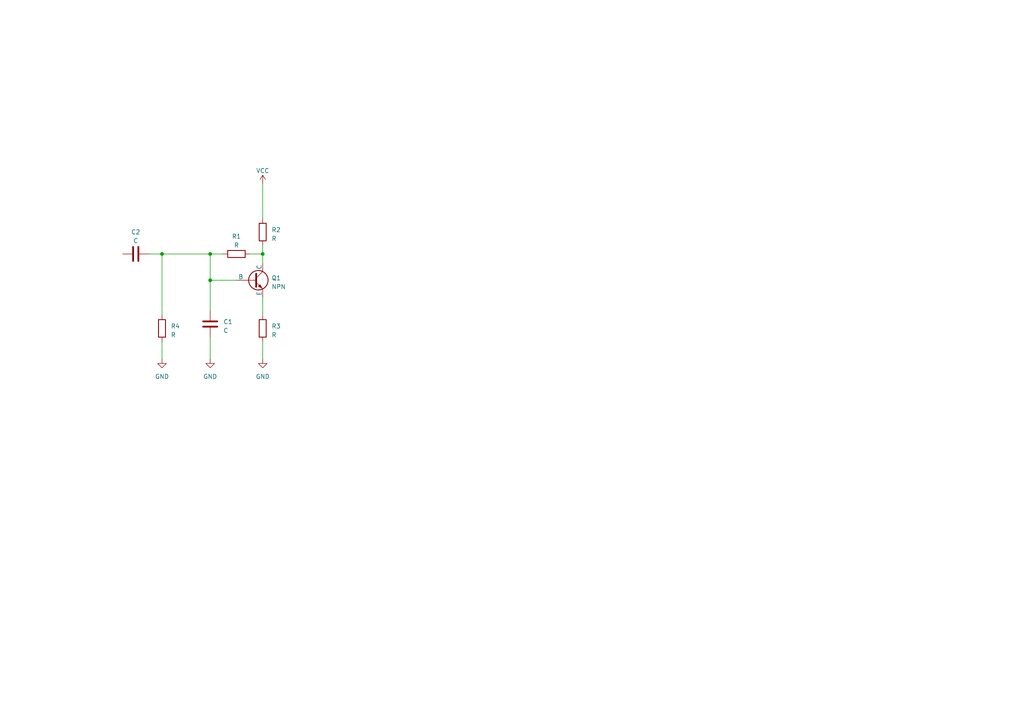
<source format=kicad_sch>
(kicad_sch (version 20230121) (generator eeschema)
  (paper "A4")
  (lib_symbols
    (symbol "Device:C" (pin_numbers hide) (pin_names (offset 0.254))
      (property "Reference" "C" (at 0.635 2.54 0))
      (property "Value" "C" (at 0.635 -2.54 0))
      (symbol "C_0_1"
        (polyline (pts (xy -2.032 -0.762) (xy 2.032 -0.762)) (stroke (width 0.508)))
        (polyline (pts (xy -2.032 0.762) (xy 2.032 0.762)) (stroke (width 0.508)))
      )
      (symbol "C_1_1"
        (pin passive line (at 0 3.81 270) (length 2.794) (name "~") (number "1"))
        (pin passive line (at 0 -3.81 90) (length 2.794) (name "~") (number "2"))
      )
    )
    (symbol "Device:R" (pin_numbers hide) (pin_names (offset 0))
      (property "Reference" "R" (at 2.032 0 90))
      (property "Value" "R" (at 0 0 90))
      (symbol "R_0_1"
        (rectangle (start -1.016 -2.54) (end 1.016 2.54) (stroke (width 0.254)))
      )
      (symbol "R_1_1"
        (pin passive line (at 0 3.81 270) (length 1.27) (name "~") (number "1"))
        (pin passive line (at 0 -3.81 90) (length 1.27) (name "~") (number "2"))
      )
    )
    (symbol "Simulation_SPICE:NPN" (pin_numbers hide) (pin_names (offset 0))
      (property "Reference" "Q" (at -2.54 7.62 0))
      (property "Value" "NPN" (at -2.54 5.08 0))
      (symbol "NPN_0_1"
        (polyline (pts (xy -2.54 0) (xy 0.635 0)) (stroke (width 0.1524)))
        (polyline (pts (xy 0.635 0.635) (xy 2.54 2.54)))
        (polyline (pts (xy 2.794 -1.27) (xy 2.794 -1.27)) (stroke (width 0.1524)))
        (polyline (pts (xy 2.794 -1.27) (xy 2.794 -1.27)) (stroke (width 0.1524)))
        (polyline (pts (xy 0.635 -0.635) (xy 2.54 -2.54) (xy 2.54 -2.54)))
        (polyline (pts (xy 0.635 1.905) (xy 0.635 -1.905) (xy 0.635 -1.905)) (stroke (width 0.508)))
        (polyline (pts (xy 1.27 -1.778) (xy 1.778 -1.27) (xy 2.286 -2.286) (xy 1.27 -1.778) (xy 1.27 -1.778)) (fill (type outline)))
        (circle (center 1.27 0) (radius 2.8194) (stroke (width 0.254)))
      )
      (symbol "NPN_1_1"
        (pin open_collector line (at 2.54 5.08 270) (length 2.54) (name "C") (number "1"))
        (pin input line (at -5.08 0 0) (length 2.54) (name "B") (number "2"))
        (pin open_emitter line (at 2.54 -5.08 90) (length 2.54) (name "E") (number "3"))
      )
    )
    (symbol "power:GND" (power) (pin_names (offset 0))
      (property "Value" "GND" (at 0 -3.81 0))
      (symbol "GND_0_1"
        (polyline (pts (xy 0 0) (xy 0 -1.27) (xy 1.27 -1.27) (xy 0 -2.54) (xy -1.27 -1.27) (xy 0 -1.27)))
      )
      (symbol "GND_1_1"
        (pin power_in line (at 0 0 270) (length 0) hide (name "GND") (number "1"))
      )
    )
    (symbol "power:VCC" (power) (pin_names (offset 0))
      (property "Value" "VCC" (at 0 3.81 0))
      (symbol "VCC_0_1"
        (polyline (pts (xy -0.762 1.27) (xy 0 2.54)))
        (polyline (pts (xy 0 0) (xy 0 2.54)))
        (polyline (pts (xy 0 2.54) (xy 0.762 1.27)))
      )
      (symbol "VCC_1_1"
        (pin power_in line (at 0 0 90) (length 0) hide (name "VCC") (number "1"))
      )
    )
  )
  (junction (at 46.99 73.66))
  (junction (at 60.96 81.28))
  (junction (at 60.96 73.66))
  (junction (at 76.2 73.66))
  (wire (pts (xy 60.96 81.28) (xy 60.96 73.66)))
  (wire (pts (xy 60.96 97.79) (xy 60.96 104.14)))
  (wire (pts (xy 76.2 99.06) (xy 76.2 104.14)))
  (wire (pts (xy 72.39 73.66) (xy 76.2 73.66)))
  (wire (pts (xy 76.2 71.12) (xy 76.2 73.66)))
  (wire (pts (xy 60.96 81.28) (xy 60.96 90.17)))
  (wire (pts (xy 76.2 53.34) (xy 76.2 63.5)))
  (wire (pts (xy 68.58 81.28) (xy 60.96 81.28)))
  (wire (pts (xy 43.18 73.66) (xy 46.99 73.66)))
  (wire (pts (xy 46.99 99.06) (xy 46.99 104.14)))
  (wire (pts (xy 76.2 86.36) (xy 76.2 91.44)))
  (wire (pts (xy 60.96 73.66) (xy 64.77 73.66)))
  (wire (pts (xy 46.99 73.66) (xy 46.99 91.44)))
  (wire (pts (xy 46.99 73.66) (xy 60.96 73.66)))
  (wire (pts (xy 76.2 73.66) (xy 76.2 76.2)))
  (symbol (lib_id "power:GND") (at 60.96 104.14 0) (unit 1)
    (property "Reference" "#PWR02" (effects hide))
    (property "Value" "GND" (at 60.96 109.22 0))
  )
  (symbol (lib_id "power:GND") (at 76.2 104.14 0) (unit 1)
    (property "Reference" "#PWR03" (effects hide))
    (property "Value" "GND" (at 76.2 109.22 0))
  )
  (symbol (lib_id "Device:R") (at 76.2 67.31 0) (unit 1)
    (property "Reference" "R2" (at 78.74 66.675 0) (effects (justify left)))
    (property "Value" "R" (at 78.74 69.215 0) (effects (justify left)))
    (property "Footprint" "Resistor_THT:R_Axial_DIN0309_L9.0mm_D3.2mm_P15.24mm_Horizontal" (effects hide))
  )
  (symbol (lib_id "Device:R") (at 46.99 95.25 0) (unit 1)
    (property "Reference" "R4" (at 49.53 94.615 0) (effects (justify left)))
    (property "Value" "R" (at 49.53 97.155 0) (effects (justify left)))
  )
  (symbol (lib_id "Device:R") (at 68.58 73.66 90) (unit 1)
    (property "Reference" "R1" (at 68.58 68.58 90))
    (property "Value" "R" (at 68.58 71.12 90))
    (property "Footprint" "Resistor_THT:R_Axial_DIN0309_L9.0mm_D3.2mm_P15.24mm_Horizontal" (effects hide))
  )
  (symbol (lib_id "Device:C") (at 39.37 73.66 90) (unit 1)
    (property "Reference" "C2" (at 39.37 67.31 90))
    (property "Value" "C" (at 39.37 69.85 90))
  )
  (symbol (lib_id "power:VCC") (at 76.2 53.34 0) (unit 1)
    (property "Reference" "#PWR04" (effects hide))
    (property "Value" "VCC" (at 76.2 49.53 0))
  )
  (symbol (lib_id "Device:C") (at 60.96 93.98 0) (unit 1)
    (property "Reference" "C1" (at 64.77 93.345 0) (effects (justify left)))
    (property "Value" "C" (at 64.77 95.885 0) (effects (justify left)))
  )
  (symbol (lib_id "Simulation_SPICE:NPN") (at 73.66 81.28 0) (unit 1)
    (property "Reference" "Q1" (at 78.74 80.645 0) (effects (justify left)))
    (property "Value" "NPN" (at 78.74 83.185 0) (effects (justify left)))
    (property "Footprint" "Package_TO_SOT_THT:TO-92" (effects hide))
    (property "Sim.Device" "NPN" (effects hide))
    (property "Sim.Type" "GUMMELPOON" (effects hide))
    (property "Sim.Pins" "1=C 2=B 3=E" (effects hide))
  )
  (symbol (lib_id "Device:R") (at 76.2 95.25 0) (unit 1)
    (property "Reference" "R3" (at 78.74 94.615 0) (effects (justify left)))
    (property "Value" "R" (at 78.74 97.155 0) (effects (justify left)))
  )
  (symbol (lib_id "power:GND") (at 46.99 104.14 0) (unit 1)
    (property "Reference" "#PWR01" (effects hide))
    (property "Value" "GND" (at 46.99 109.22 0))
  )
)
</source>
